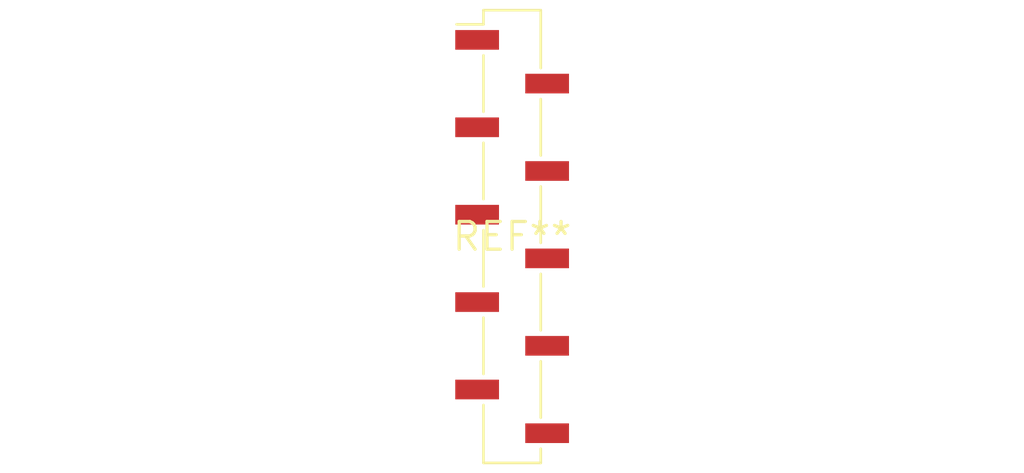
<source format=kicad_pcb>
(kicad_pcb (version 20240108) (generator pcbnew)
  (layers (0 "F.Cu" signal) (31 "B.Cu" signal) (34 "B.Paste" user) (35 "F.Paste" user) (36 "B.SilkS" user "B.Silkscreen") (37 "F.SilkS" user "F.Silkscreen") (38 "B.Mask" user) (39 "F.Mask" user) (44 "Edge.Cuts" user))
  (net 0 "")
  (footprint "PinSocket_1x10_P2.00mm_Vertical_SMD_Pin1Left" (layer "F.Cu") (at 0 0)
    (property "Reference" "REF**")
    (property "Value" "PinSocket_1x10_P2.00mm_Vertical_SMD_Pin1Left")
    (fp_line (start -2.54 -9.71) (end -1.31 -9.71) (layer "F.SilkS") (stroke (width 0.12)))
    (fp_line (start -1.31 -10.36) (end -1.31 -9.71) (layer "F.SilkS") (stroke (width 0.12)))
    (fp_line (start -1.31 -10.36) (end 1.31 -10.36) (layer "F.SilkS") (stroke (width 0.12)))
    (fp_line (start -1.31 -8.29) (end -1.31 -5.71) (layer "F.SilkS") (stroke (width 0.12)))
    (fp_line (start -1.31 -4.29) (end -1.31 -1.71) (layer "F.SilkS") (stroke (width 0.12)))
    (fp_line (start -1.31 -0.29) (end -1.31 2.29) (layer "F.SilkS") (stroke (width 0.12)))
    (fp_line (start -1.31 3.71) (end -1.31 6.29) (layer "F.SilkS") (stroke (width 0.12)))
    (fp_line (start -1.31 7.71) (end -1.31 10.36) (layer "F.SilkS") (stroke (width 0.12)))
    (fp_line (start -1.31 10.36) (end 1.31 10.36) (layer "F.SilkS") (stroke (width 0.12)))
    (fp_line (start 1.31 -10.36) (end 1.31 -7.71) (layer "F.SilkS") (stroke (width 0.12)))
    (fp_line (start 1.31 -6.29) (end 1.31 -3.71) (layer "F.SilkS") (stroke (width 0.12)))
    (fp_line (start 1.31 -2.29) (end 1.31 0.29) (layer "F.SilkS") (stroke (width 0.12)))
    (fp_line (start 1.31 1.71) (end 1.31 4.29) (layer "F.SilkS") (stroke (width 0.12)))
    (fp_line (start 1.31 5.71) (end 1.31 8.29) (layer "F.SilkS") (stroke (width 0.12)))
    (fp_line (start 1.31 9.71) (end 1.31 10.36) (layer "F.SilkS") (stroke (width 0.12)))
    (pad "1" smd rect (at -1.6 -9) (size 2 0.9) (layers "F.Cu" "F.Paste" "F.Mask"))
    (pad "2" smd rect (at 1.6 -7) (size 2 0.9) (layers "F.Cu" "F.Paste" "F.Mask"))
    (pad "3" smd rect (at -1.6 -5) (size 2 0.9) (layers "F.Cu" "F.Paste" "F.Mask"))
    (pad "4" smd rect (at 1.6 -3) (size 2 0.9) (layers "F.Cu" "F.Paste" "F.Mask"))
    (pad "5" smd rect (at -1.6 -1) (size 2 0.9) (layers "F.Cu" "F.Paste" "F.Mask"))
    (pad "6" smd rect (at 1.6 1) (size 2 0.9) (layers "F.Cu" "F.Paste" "F.Mask"))
    (pad "7" smd rect (at -1.6 3) (size 2 0.9) (layers "F.Cu" "F.Paste" "F.Mask"))
    (pad "8" smd rect (at 1.6 5) (size 2 0.9) (layers "F.Cu" "F.Paste" "F.Mask"))
    (pad "9" smd rect (at -1.6 7) (size 2 0.9) (layers "F.Cu" "F.Paste" "F.Mask"))
    (pad "10" smd rect (at 1.6 9) (size 2 0.9) (layers "F.Cu" "F.Paste" "F.Mask"))
  )
)
</source>
